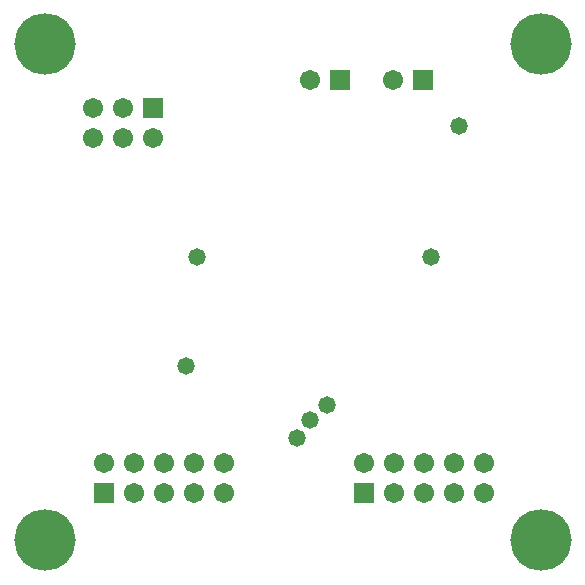
<source format=gbs>
%FSLAX24Y24*%
%MOIN*%
G70*
G01*
G75*
G04 Layer_Color=16711935*
%ADD10R,0.0433X0.0394*%
%ADD11R,0.0394X0.0433*%
%ADD12R,0.0354X0.0276*%
%ADD13R,0.0276X0.0354*%
%ADD14O,0.0787X0.0236*%
%ADD15C,0.0100*%
%ADD16R,0.0100X0.0200*%
%ADD17R,0.0591X0.0591*%
%ADD18C,0.0591*%
%ADD19C,0.1969*%
%ADD20C,0.0500*%
%ADD21C,0.0098*%
%ADD22C,0.0236*%
%ADD23C,0.0079*%
%ADD24C,0.0039*%
%ADD25C,0.0090*%
%ADD26C,0.0080*%
%ADD27R,0.0513X0.0474*%
%ADD28R,0.0474X0.0513*%
%ADD29R,0.0434X0.0356*%
%ADD30R,0.0356X0.0434*%
%ADD31O,0.0867X0.0316*%
%ADD32R,0.0671X0.0671*%
%ADD33C,0.0671*%
%ADD34C,0.2049*%
%ADD35C,0.0580*%
D32*
X3543Y3150D02*
D03*
X12205D02*
D03*
X14173Y16929D02*
D03*
X11417D02*
D03*
X5200Y16000D02*
D03*
D33*
X4543Y3150D02*
D03*
X5543D02*
D03*
X6543D02*
D03*
X7543D02*
D03*
X3543Y4150D02*
D03*
X4543D02*
D03*
X5543D02*
D03*
X6543D02*
D03*
X7543D02*
D03*
X13205Y3150D02*
D03*
X14205D02*
D03*
X15205D02*
D03*
X16205D02*
D03*
X12205Y4150D02*
D03*
X13205D02*
D03*
X14205D02*
D03*
X15205D02*
D03*
X16205D02*
D03*
X13173Y16929D02*
D03*
X10417D02*
D03*
X3200Y15000D02*
D03*
Y16000D02*
D03*
X4200Y15000D02*
D03*
Y16000D02*
D03*
X5200Y15000D02*
D03*
D34*
X18110Y18110D02*
D03*
Y1575D02*
D03*
X1575D02*
D03*
Y18110D02*
D03*
D35*
X15383Y15383D02*
D03*
X6299Y7402D02*
D03*
X10433Y5591D02*
D03*
X6643Y11034D02*
D03*
X14439D02*
D03*
X10000Y5000D02*
D03*
X10984Y6102D02*
D03*
M02*

</source>
